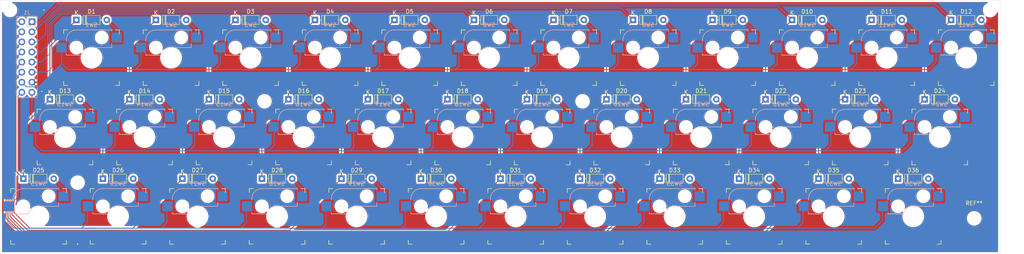
<source format=kicad_pcb>
(kicad_pcb (version 20240108) (generator "pcbnew") (generator_version "8.0")
  (layers (0 "F.Cu" signal) (31 "B.Cu" signal) (34 "B.Paste" user) (35 "F.Paste" user) (36 "B.SilkS" user "B.Silkscreen") (37 "F.SilkS" user "F.Silkscreen") (38 "B.Mask" user) (39 "F.Mask" user) (44 "Edge.Cuts" user))
  (net 0 "")
  (net 1 "OUT_1")
  (net 2 "Net-(D1-A)")
  (net 3 "OUT_2")
  (net 4 "Net-(D2-A)")
  (net 5 "OUT_3")
  (net 6 "Net-(D3-A)")
  (net 7 "Net-(D4-A)")
  (net 8 "OUT_4")
  (net 9 "Net-(D5-A)")
  (net 10 "OUT_5")
  (net 11 "IN_1")
  (net 12 "Net-(D6-A)")
  (net 13 "OUT_6")
  (net 14 "OUT_7")
  (net 15 "Net-(D7-A)")
  (net 16 "Net-(D9-A)")
  (net 17 "OUT_8")
  (net 18 "Net-(D10-A)")
  (net 19 "Net-(D11-A)")
  (net 20 "Net-(D8-A)")
  (net 21 "Net-(D12-A)")
  (net 22 "OUT_9")
  (net 23 "Net-(D13-A)")
  (net 24 "Net-(D14-A)")
  (net 25 "Net-(D15-A)")
  (net 26 "Net-(D16-A)")
  (net 27 "Net-(D17-A)")
  (net 28 "Net-(D18-A)")
  (net 29 "OUT_10")
  (net 30 "OUT_11")
  (net 31 "Net-(D21-A)")
  (net 32 "Net-(D22-A)")
  (net 33 "Net-(D23-A)")
  (net 34 "Net-(D24-A)")
  (net 35 "Net-(D25-A)")
  (net 36 "Net-(D26-A)")
  (net 37 "Net-(D27-A)")
  (net 38 "Net-(D28-A)")
  (net 39 "Net-(D29-A)")
  (net 40 "Net-(D30-A)")
  (net 41 "OUT_12")
  (net 42 "Net-(D19-A)")
  (net 43 "Net-(D33-A)")
  (net 44 "Net-(D34-A)")
  (net 45 "Net-(D35-A)")
  (net 46 "Net-(D36-A)")
  (net 47 "Net-(D20-A)")
  (net 48 "Net-(D31-A)")
  (net 49 "Net-(D32-A)")
  (net 50 "IN_3")
  (net 51 "IN_2")
  (net 52 "GND")
  (footprint "Diode_THT:D_DO-35_SOD27_P7.62mm_Horizontal" (layer "F.Cu") (at 73.356667 75)
    (property "Reference" "D27")
    (property "Value" "D")
  )
  (footprint "Diode_THT:D_DO-35_SOD27_P7.62mm_Horizontal" (layer "F.Cu") (at 173.356667 75)
    (property "Reference" "D32")
    (property "Value" "D")
  )
  (footprint "library:Kailh_socket_MX_platemount" (layer "F.Cu") (at 150.5 44.5)
    (property "Reference" "SW6")
    (property "Value" "SW_Push")
  )
  (footprint "Diode_THT:D_DO-35_SOD27_P7.62mm_Horizontal" (layer "F.Cu") (at 226.69 35)
    (property "Reference" "D10")
    (property "Value" "D")
  )
  (footprint "Diode_THT:D_DO-35_SOD27_P7.62mm_Horizontal" (layer "F.Cu") (at 53.356667 75)
    (property "Reference" "D26")
    (property "Value" "D")
  )
  (footprint "library:Kailh_socket_MX_platemount" (layer "F.Cu") (at 117.166667 84.5)
    (property "Reference" "SW29")
    (property "Value" "SW_Push")
  )
  (footprint "library:Kailh_socket_MX_platemount" (layer "F.Cu") (at 237.166667 84.5)
    (property "Reference" "SW35")
    (property "Value" "SW_Push")
  )
  (footprint "Diode_THT:D_DO-35_SOD27_P7.62mm_Horizontal" (layer "F.Cu") (at 220.023333 55)
    (property "Reference" "D22")
    (property "Value" "D")
  )
  (footprint "library:Kailh_socket_MX_platemount" (layer "F.Cu") (at 110.5 44.5)
    (property "Reference" "SW4")
    (property "Value" "SW_Push")
  )
  (footprint "library:Kailh_socket_MX_platemount" (layer "F.Cu") (at 43.833333 64.5)
    (property "Reference" "SW13")
    (property "Value" "SW_Push")
  )
  (footprint "library:Kailh_socket_MX_platemount" (layer "F.Cu") (at 50.5 44.5)
    (property "Reference" "SW1")
    (property "Value" "SW_Push")
  )
  (footprint "" (layer "F.Cu") (at 47 76)
    (property "Reference" "")
    (property "Value" "")
  )
  (footprint "library:Kailh_socket_MX_platemount" (layer "F.Cu") (at 183.833333 64.5)
    (property "Reference" "SW20")
    (property "Value" "SW_Push")
  )
  (footprint "Diode_THT:D_DO-35_SOD27_P7.62mm_Horizontal" (layer "F.Cu") (at 40.023333 55)
    (property "Reference" "D13")
    (property "Value" "D")
  )
  (footprint "Diode_THT:D_DO-35_SOD27_P7.62mm_Horizontal" (layer "F.Cu") (at 120.023333 55)
    (property "Reference" "D17")
    (property "Value" "D")
  )
  (footprint "Diode_THT:D_DO-35_SOD27_P7.62mm_Horizontal" (layer "F.Cu") (at 80.023333 55)
    (property "Reference" "D15")
    (property "Value" "D")
  )
  (footprint "Diode_THT:D_DO-35_SOD27_P7.62mm_Horizontal" (layer "F.Cu") (at 86.69 35)
    (property "Reference" "D3")
    (property "Value" "D")
  )
  (footprint "library:Kailh_socket_MX_platemount" (layer "F.Cu") (at 130.5 44.5)
    (property "Reference" "SW5")
    (property "Value" "SW_Push")
  )
  (footprint "library:Kailh_socket_MX_platemount" (layer "F.Cu") (at 257.166667 84.5)
    (property "Reference" "SW36")
    (property "Value" "SW_Push")
  )
  (footprint "Diode_THT:D_DO-35_SOD27_P7.62mm_Horizontal" (layer "F.Cu") (at 200.023333 55)
    (property "Reference" "D21")
    (property "Value" "D")
  )
  (footprint "library:Kailh_socket_MX_platemount" (layer "F.Cu") (at 270.5 44.5)
    (property "Reference" "SW12")
    (property "Value" "SW_Push")
  )
  (footprint "library:Kailh_socket_MX_platemount" (layer "F.Cu") (at 90.5 44.5)
    (property "Reference" "SW3")
    (property "Value" "SW_Push")
  )
  (footprint "library:Kailh_socket_MX_platemount" (layer "F.Cu") (at 243.833333 64.5)
    (property "Reference" "SW23")
    (property "Value" "SW_Push")
  )
  (footprint "Diode_THT:D_DO-35_SOD27_P7.62mm_Horizontal" (layer "F.Cu") (at 206.69 35)
    (property "Reference" "D9")
    (property "Value" "D")
  )
  (footprint "library:Kailh_socket_MX_platemount" (layer "F.Cu") (at 123.833333 64.5)
    (property "Reference" "SW17")
    (property "Value" "SW_Push")
  )
  (footprint "" (layer "F.Cu") (at 30 32.5)
    (property "Reference" "")
    (property "Value" "")
  )
  (footprint "Diode_THT:D_DO-35_SOD27_P7.62mm_Horizontal" (layer "F.Cu") (at 266.69 35)
    (property "Reference" "D12")
    (property "Value" "D")
  )
  (footprint "Diode_THT:D_DO-35_SOD27_P7.62mm_Horizontal" (layer "F.Cu") (at 93.356667 75)
    (property "Reference" "D28")
    (property "Value" "D")
  )
  (footprint "library:Kailh_socket_MX_platemount" (layer "F.Cu") (at 197.166667 84.5)
    (property "Reference" "SW33")
    (property "Value" "SW_Push")
  )
  (footprint "Diode_THT:D_DO-35_SOD27_P7.62mm_Horizontal" (layer "F.Cu") (at 46.69 35)
    (property "Reference" "D1")
    (property "Value" "D")
  )
  (footprint "library:Kailh_socket_MX_platemount" (layer "F.Cu") (at 143.833333 64.5)
    (property "Reference" "SW18")
    (property "Value" "SW_Push")
  )
  (footprint "Diode_THT:D_DO-35_SOD27_P7.62mm_Horizontal" (layer "F.Cu") (at 153.356667 75)
    (property "Reference" "D31")
    (property "Value" "D")
  )
  (footprint "Diode_THT:D_DO-35_SOD27_P7.62mm_Horizontal" (layer "F.Cu") (at 193.356667 75)
    (property "Reference" "D33")
    (property "Value" "D")
  )
  (footprint "MountingHole:MountingHole_3.2mm_M3_DIN965" (layer "F.Cu") (at 272.5 85)
    (property "Reference" "REF**")
    (property "Value" "MountingHole_3.2mm_M3_DIN965")
  )
  (footprint "Diode_THT:D_DO-35_SOD27_P7.62mm_Horizontal" (layer "F.Cu") (at 100.023333 55)
    (property "Reference" "D16")
    (property "Value" "D")
  )
  (footprint "Diode_THT:D_DO-35_SOD27_P7.62mm_Horizontal" (layer "F.Cu") (at 126.69 35)
    (property "Reference" "D5")
    (property "Value" "D")
  )
  (footprint "" (layer "F.Cu") (at 276.5 32.5)
    (property "Reference" "")
    (property "Value" "")
  )
  (footprint "library:Kailh_socket_MX_platemount" (layer "F.Cu") (at 217.166667 84.5)
    (property "Reference" "SW34")
    (property "Value" "SW_Push")
  )
  (footprint "library:Kailh_socket_MX_platemount" (layer "F.Cu") (at 57.166667 84.5)
    (property "Reference" "SW26")
    (property "Value" "SW_Push")
  )
  (footprint "Diode_THT:D_DO-35_SOD27_P7.62mm_Horizontal" (layer "F.Cu") (at 180.023333 55)
    (property "Reference" "D20")
    (property "Value" "D")
  )
  (footprint "library:Kailh_socket_MX_platemount" (layer "F.Cu") (at 263.833333 64.5)
    (property "Reference" "SW24")
    (property "Value" "SW_Push")
  )
  (footprint "library:Kailh_socket_MX_platemount" (layer "F.Cu") (at 203.833333 64.5)
    (property "Reference" "SW21")
    (property "Value" "SW_Push")
  )
  (footprint "library:Kailh_socket_MX_platemount" (layer "F.Cu") (at 250.5 44.5)
    (property "Reference" "SW11")
    (property "Value" "SW_Push")
  )
  (footprint "Diode_THT:D_DO-35_SOD27_P7.62mm_Horizontal" (layer "F.Cu") (at 33.356667 75)
    (property "Reference" "D25")
    (property "Value" "D")
  )
  (footprint "library:Kailh_socket_MX_platemount" (layer "F.Cu") (at 77.166667 84.5)
    (property "Reference" "SW27")
    (property "Value" "SW_Push")
  )
  (footprint "Diode_THT:D_DO-35_SOD27_P7.62mm_Horizontal" (layer "F.Cu") (at 186.69 35)
    (property "Reference" "D8")
    (property "Value" "D")
  )
  (footprint "Diode_THT:D_DO-35_SOD27_P7.62mm_Horizontal" (layer "F.Cu") (at 140.023333 55)
    (property "Reference" "D18")
    (property "Value" "D")
  )
  (footprint "library:Kailh_socket_MX_platemount" (layer "F.Cu") (at 70.5 44.5)
    (property "Reference" "SW2")
    (property "Value" "SW_Push")
  )
  (footprint "library:Kailh_socket_MX_platemount" (layer "F.Cu") (at 230.5 44.5)
    (property "Reference" "SW10")
    (property "Value" "SW_Push")
  )
  (footprint "library:Kailh_socket_MX_platemount" (layer "F.Cu") (at 97.166667 84.5)
    (property "Reference" "SW28")
    (property "Value" "SW_Push")
  )
  (footprint "library:Kailh_socket_MX_platemount" (layer "F.Cu") (at 177.166667 84.5)
    (property "Reference" "SW32")
    (property "Value" "SW_Push")
  )
  (footprint "library:Kailh_socket_MX_platemount" (layer "F.Cu") (at 163.833333 64.5)
    (property "Reference" "SW19")
    (property "Value" "SW_Push")
  )
  (footprint "Diode_THT:D_DO-35_SOD27_P7.62mm_Horizontal" (layer "F.Cu") (at 246.69 35)
    (property "Reference" "D11")
    (property "Value" "D")
  )
  (footprint "Diode_THT:D_DO-35_SOD27_P7.62mm_Horizontal" (layer "F.Cu") (at 106.69 35)
    (property "Reference" "D4")
    (property "Value" "D")
  )
  (footprint "Diode_THT:D_DO-35_SOD27_P7.62mm_Horizontal" (layer "F.Cu") (at 260.023333 55)
    (property "Reference" "D24")
    (property "Value" "D")
  )
  (footprint "library:Kailh_socket_MX_platemount" (layer "F.Cu") (at 157.166667 84.5)
    (property "Reference" "SW31")
    (property "Value" "SW_Push")
  )
  (footprint "library:Kailh_socket_MX_platemount" (layer "F.Cu") (at 137.166667 84.5)
    (property "Reference" "SW30")
    (property "Value" "SW_Push")
  )
  (footprint "Diode_THT:D_DO-35_SOD27_P7.62mm_Horizontal" (layer "F.Cu") (at 240.023333 55)
    (property "Reference" "D23")
    (property "Value" "D")
  )
  (footprint "Diode_THT:D_DO-35_SOD27_P7.62mm_Horizontal" (layer "F.Cu") (at 253.356667 75)
    (property "Reference" "D36")
    (property "Value" "D")
  )
  (footprint "library:Kailh_socket_MX_platemount" (layer "F.Cu") (at 223.833333 64.5)
    (property "Reference" "SW22")
    (property "Value" "SW_Push")
  )
  (footprint "library:Kailh_socket_MX_platemount" (layer "F.Cu") (at 190.5 44.5)
    (property "Reference" "SW8")
    (property "Value" "SW_Push")
  )
  (footprint "library:Kailh_socket_MX_platemount" (layer "F.Cu") (at 170.5 44.5)
    (property "Reference" "SW7")
    (property "Value" "SW_Push")
  )
  (footprint "Diode_THT:D_DO-35_SOD27_P7.62mm_Horizontal" (layer "F.Cu") (at 160.023333 55)
    (property "Reference" "D19")
    (property "Value" "D")
  )
  (footprint "library:Kailh_socket_MX_platemount" (layer "F.Cu") (at 103.833333 64.5)
    (property "Reference" "SW16")
    (property "Value" "SW_Push")
  )
  (footprint "library:Kailh_socket_MX_platemount" (layer "F.Cu") (at 37.166667 84.5)
    (property "Reference" "SW25")
    (property "Value" "SW_Push")
  )
  (footprint "Diode_THT:D_DO-35_SOD27_P7.62mm_Horizontal" (layer "F.Cu") (at 113.356667 75)
    (property "Reference" "D29")
    (property "Value" "D")
  )
  (footprint "Diode_THT:D_DO-35_SOD27_P7.62mm_Horizontal" (layer "F.Cu") (at 133.356667 75)
    (property "Reference" "D30")
    (property "Value" "D")
  )
  (footprint "Diode_THT:D_DO-35_SOD27_P7.62mm_Horizontal" (layer "F.Cu") (at 146.69 35)
    (property "Reference" "D6")
    (property "Value" "D")
  )
  (footprint "Diode_THT:D_DO-35_SOD27_P7.62mm_Horizontal" (layer "F.Cu") (at 60.023333 55)
    (property "Reference" "D14")
    (property "Value" "D")
  )
  (footprint "Diode_THT:D_DO-35_SOD27_P7.62mm_Horizontal" (layer "F.Cu") (at 66.69 35)
    (property "Reference" "D2")
    (property "Value" "D")
  )
  (footprint "library:Kailh_socket_MX_platemount" (layer "F.Cu") (at 210.5 44.5)
    (property "Reference" "SW9")
    (property "Value" "SW_Push")
  )
  (footprint "" (layer "F.Cu") (at 94 55.5)
    (property "Reference" "")
    (property "Value" "")
  )
  (footprint "Diode_THT:D_DO-35_SOD27_P7.62mm_Horizontal" (layer "F.Cu") (at 233.356667 75)
    (property "Reference" "D35")
    (property "Value" "D")
  )
  (footprint "" (layer "F.Cu") (at 174 55.5)
    (property "Reference" "")
    (property "Value" "")
  )
  (footprint "Diode_THT:D_DO-35_SOD27_P7.62mm_Horizontal" (layer "F.Cu") (at 166.69 35)
    (property "Reference" "D7")
    (property "Value" "D")
  )
  (footprint "Diode_THT:D_DO-35_SOD27_P7.62mm_Horizontal" (layer "F.Cu") (at 213.356667 75)
    (property "Reference" "D34")
    (property "Value" "D")
  )
  (footprint "library:Kailh_socket_MX_platemount" (layer "F.Cu") (at 63.833333 64.5)
    (property "Reference" "SW14")
    (property "Value" "SW_Push")
  )
  (footprint "library:Kailh_socket_MX_platemount" (layer "F.Cu") (at 83.833333 64.5)
    (property "Reference" "SW15")
    (property "Value" "SW_Push")
  )
  (footprint "Connector_PinHeader_2.54mm:PinHeader_2x08_P2.54mm_Vertical" (layer "B.Cu") (at 35.5 35.46 180)
    (property "Reference" "J1")
    (property "Value" "Conn_01x16_Pin")
  )
  (gr_rect (start 27.5 30) (end 279 94) (stroke (width 0.05)) (fill none) (layer "Edge.Cuts"))
  (segment (start 33.356667 75) (end 33.356667 61.666666) (width 0.2) (layer "F.Cu") (net 1))
  (segment (start 40.023333 41.666667) (end 40.023333 55) (width 0.2) (layer "F.Cu") (net 1))
  (segment (start 31.5 49.62) (end 31.5 73.143333) (width 0.2) (layer "F.Cu") (net 1))
  (segment (start 31.5 73.143333) (end 33.356667 75) (width 0.2) (layer "F.Cu") (net 1))
  (segment (start 46.69 35) (end 40.023333 41.666667) (width 0.2) (layer "F.Cu") (net 1))
  (segment (start 33.356667 61.666666) (end 40.023333 55) (width 0.2) (layer "F.Cu") (net 1))
  (segment (start 32.96 48.16) (end 31.5 49.62) (width 0.2) (layer "F.Cu") (net 1))
  (segment (start 56.79 39.42) (end 56.79 37.48) (width 0.2) (layer "B.Cu") (net 2))
  (segment (start 56.79 37.48) (end 54.31 35) (width 0.2) (layer "B.Cu") (net 2))
  (segment (start 60.023333 55) (end 60.023333 41.666667) (width 0.2) (layer "F.Cu") (net 3))
  (segment (start 53.356667 75) (end 53.356667 61.666666) (width 0.2) (layer "F.Cu") (net 3))
  (segment (start 53.356667 61.666666) (end 60.023333 55) (width 0.2) (layer "F.Cu") (net 3))
  (segment (start 60.023333 41.666667) (end 66.69 35) (width 0.2) (layer "F.Cu") (net 3))
  (segment (start 43 33.5) (end 65.19 33.5) (width 0.2) (layer "B.Cu") (net 3))
  (segment (start 40.5 47) (end 40.5 36) (width 0.2) (layer "B.Cu") (net 3))
  (segment (start 40.5 36) (end 43 33.5) (width 0.2) (layer "B.Cu") (net 3))
  (segment (start 35.5 48.16) (end 39.34 48.16) (width 0.2) (layer "B.Cu") (net 3))
  (segment (start 65.19 33.5) (end 66.69 35) (width 0.2) (layer "B.Cu") (net 3))
  (segment (start 39.34 48.16) (end 40.5 47) (width 0.2) (layer "B.Cu") (net 3))
  (segment (start 76.79 39.42) (end 76.79 37.48) (width 0.2) (layer "B.Cu") (net 4))
  (segment (start 76.79 37.48) (end 74.31 35) (width 0.2) (layer "B.Cu") (net 4))
  (segment (start 86.69 35) (end 80.023333 41.666667) (width 0.2) (layer "F.Cu") (net 5))
  (segment (start 80.023333 55) (end 73.356667 61.666666) (width 0.2) (layer "F.Cu") (net 5))
  (segment (start 31 47.58) (end 31 83.5) (width 0.2) (layer "F.Cu") (net 5))
  (segment (start 31 83.5) (end 35 87.5) (width 0.2) (layer "F.Cu") (net 5))
  (segment (start 35 87.5) (end 60.856667 87.5) (width 0.2) (layer "F.Cu") (net 5))
  (segment (start 60.856667 87.5) (end 73.356667 75) (width 0.2) (layer "F.Cu") (net 5))
  (segment (start 32.96 45.62) (end 31 47.58) (width 0.2) (layer "F.Cu") (net 5))
  (segment (start 73.356667 61.666666) (end 73.356667 75) (width 0.2) (layer "F.Cu") (net 5))
  (segment (start 80.023333 41.666667) (end 80.023333 55) (width 0.2) (layer "F.Cu") (net 5))
  (segment (start 96.79 39.42) (end 96.79 37.48) (width 0.2) (layer "B.Cu") (net 6))
  (segment (start 96.79 37.48) (end 94.31 35) (width 0.2) (layer "B.Cu") (net 6))
  (segment (start 116.79 39.42) (end 116.79 37.48) (width 0.2) (layer "B.Cu") (net 7))
  (segment (start 116.79 37.48) (end 114.31 35) (width 0.2) (layer "B.Cu") (net 7))
  (segment (start 93.356667 61.666666) (end 100.023333 55) (width 0.2) (layer "F.Cu") (net 8))
  (segment (start 93.356667 75) (end 93.356667 61.666666) (width 0.2) (layer "F.Cu") (net 8))
  (segment (start 106.69 35) (end 100.023333 41.666667) (width 0.2) (layer "F.Cu") (net 8))
  (segment (start 100.023333 41.666667) (end 100.023333 55) (width 0.2) (layer "F.Cu") (net 8))
  (segment (start 104.69 33) (end 106.69 35) (width 0.2) (layer "B.Cu") (net 8))
  (segment (start 42.934314 33) (end 104.69 33) (width 0.2) (layer "B.Cu") (net 8))
  (segment (start 35.5 45.62) (end 37.88 45.62) (width 0.2) (layer "B.Cu") (net 8))
  (segment (start 40 43.5) (end 40 35.934314) (width 0.2) (layer "B.Cu") (net 8))
  (segment (start 37.88 45.62) (end 40 43.5) (width 0.2) (layer "B.Cu") (net 8))
  (segment (start 40 35.934314) (end 42.934314 33) (width 0.2) (layer "B.Cu") (net 8))
  (segment (start 136.79 39.42) (end 136.79 37.48) (width 0.2) (layer "B.Cu") (net 9))
  (segment (start 136.79 37.48) (end 134.31 35) (width 0.2) (layer "B.Cu") (net 9))
  (segment (start 120.023333 41.666667) (end 120.023333 55) (width 0.2) (layer "F.Cu") (net 10))
  (segment (start 30.5 45.54) (end 30.5 84.065686) (width 0.2) (layer "F.Cu") (net 10))
  (segment (start 113.356667 61.666666) (end 113.356667 75) (width 0.2) (layer "F.Cu") (net 10))
  (segment (start 126.69 35) (end 120.023333 41.666667) (width 0.2) (layer "F.Cu") (net 10))
  (segment (start 100.356667 88) (end 113.356667 75) (width 0.2) (layer "F.Cu") (net 10))
  (segment (start 120.023333 55) (end 113.356667 61.666666) (width 0.2) (layer "F.Cu") (net 10))
  (segment (start 34.434314 88) (end 100.356667 88) (width 0.2) (layer "F.Cu") (net 10))
  (segment (start 30.5 84.065686) (end 34.434314 88) (width 0.2) (layer "F.Cu") (net 10))
  (segment (start 32.96 43.08) (end 30.5 45.54) (width 0.2) (layer "F.Cu") (net 10))
  (segment (start 102.94 46.06) (end 101.5 47.5) (width 0.2) (layer "B.Cu") (net 11))
  (segment (start 122.94 41.46) (end 122.94 46.56) (width 0.2) (layer "B.Cu") (net 11))
  (segment (start 82.94 41.46) (end 82.94 46.06) (width 0.2) (layer "B.Cu") (net 11))
  (segment (start 182.94 46.06) (end 181.5 47.5) (width 0.2) (layer "B.Cu") (net 11))
  (segment (start 34.11 51.85) (end 32.96 50.7) (width 0.2) (layer "B.Cu") (net 11))
  (segment (start 62.94 41.46) (end 62.94 46.06) (width 0.2) (layer "B.Cu") (net 11))
  (segment (start 162.94 46.06) (end 161.5 47.5) (width 0.2) (layer "B.Cu") (net 11))
  (segment (start 43 46) (end 44.5 47.5) (width 0.2) (layer "B.Cu") (net 11))
  (segment (start 42.94 41.46) (end 42.94 45.94) (width 0.2) (layer "B.Cu") (net 11))
  (segment (start 202.94 46.06) (end 201.5 47.5) (width 0.2) (layer "B.Cu") (net 11))
  (segment (start 102.94 41.46) (end 102.94 46.06) (width 0.2) (layer "B.Cu") (net 11))
  (segment (start 42.94 45.94) (end 43 46) (width 0.2) (layer "B.Cu") (net 11))
  (segment (start 65 47.5) (end 261 47.5) (width 0.2) (layer "B.Cu") (net 11))
  (segment (start 42 40.686667) (end 42.773333 41.46) (width 0.2) (layer "B.Cu") (net 11))
  (segment (start 242.94 41.46) (end 242.94 46.06) (width 0.2) (layer "B.Cu") (net 11))
  (segment (start 202.94 41.46) (end 202.94 46.06) (width 0.2) (layer "B.Cu") (net 11))
  (segment (start 261 47.5) (end 262.94 45.56) (width 0.2) (layer "B.Cu") (net 11))
  (segment (start 162.94 41.46) (end 162.94 46.06) (width 0.2) (layer "B.Cu") (net 11))
  (segment (start 44.5 47.5) (end 65 47.5) (width 0.2) (layer "B.Cu") (net 11))
  (segment (start 42.94 41.96) (end 42.94 46.06) (width 0.2) (layer "B.Cu") (net 11))
  (segment (start 122.94 46.56) (end 122 47.5) (width 0.2) (layer "B.Cu") (net 11))
  (segment (start 42.94 46.06) (end 37.15 51.85) (width 0.2) (layer "B.Cu") (net 11))
  (segment (start 242.94 46.06) (end 241.5 47.5) (width 0.2) (layer "B.Cu") (net 11))
  (segment (start 82.94 46.06) (end 81.5 47.5) (width 0.2) (layer "B.Cu") (net 11))
  (segment (start 222.94 46.06) (end 221.5 47.5) (width 0.2) (layer "B.Cu") (net 11))
  (segment (start 61.5 47.5) (end 65 47.5) (width 0.2) (layer "B.Cu") (net 11))
  (segment (start 182.94 41.46) (end 182.94 46.06) (width 0.2) (layer "B.Cu") (net 11))
  (segment (start 142.94 46.56) (end 142 47.5) (width 0.2) (layer "B.Cu") (net 11))
  (segment (start 37.15 51.85) (end 34.11 51.85) (width 0.2) (layer "B.Cu") (net 11))
  (segment (start 262.94 45.56) (end 262.94 41.46) (width 0.2) (layer "B.Cu") (net 11))
  (segment (start 142.94 41.46) (end 142.94 46.56) (width 0.2) (layer "B.Cu") (net 11))
  (segment (start 62.94 46.06) (end 61.5 47.5) (width 0.2) (layer "B.Cu") (net 11))
  (segment (start 222.94 41.46) (end 222.94 46.06) (width 0.2) (layer "B.Cu") (net 11))
  (segment (start 156.79 37.48) (end 154.31 35) (width 0.2) (layer "B.Cu") (net 12))
  (segment (start 156.79 39.42) (end 156.79 37.48) (width 0.2) (layer "B.Cu") (net 12))
  (segment (start 146.69 35) (end 140.023333 41.666667) (width 0.2) (layer "F.Cu") (net 13))
  (segment (start 133.356667 61.666666) (end 133.356667 75) (width 0.2) (layer "F.Cu") (net 13))
  (segment (start 140.023333 41.666667) (end 140.023333 55) (width 0.2) (layer "F.Cu") (net 13))
  (segment (start 140.023333 55) (end 133.356667 61.666666) (width 0.2) (layer "F.Cu") (net 13))
  (segment (start 39.5 41.5) (end 39.5 35.75) (width 0.2) (layer "B.Cu") (net 13))
  (segment (start 37.92 43.08) (end 39.5 41.5) (width 0.2) (layer "B.Cu") (net 13))
  (segment (start 39.5 35.75) (end 42.75 32.5) (width 0.2) (layer "B.Cu") (net 13))
  (segment (start 35.5 43.08) (end 37.92 43.08) (width 0.2) (layer "B.Cu") (net 13))
  (segment (start 42.75 32.5) (end 144.19 32.5) (width 0.2) (layer "B.Cu") (net 13))
  (segment (start 144.19 32.5) (end 146.69 35) (width 0.2) (layer "B.Cu") (net 13))
  (segment (start 30 84.5) (end 34 88.5) (width 0.2) (layer "F.Cu") (net 14))
  (segment (start 30 43.5) (end 30 84.5) (width 0.2) (layer "F.Cu") (net 14))
  (segment (start 32.96 40.54) (end 30 43.5) (width 0.2) (layer "F.Cu") (net 14))
  (segment (start 166.69 35) (end 160.023333 41.666667) (width 0.2) (layer "F.Cu") (net 14))
  (segment (start 34 88.5) (end 139.856667 88.5) (width 0.2) (layer "F.Cu") (net 14))
  (segment (start 139.856667 88.5) (end 153.356667 75) (width 0.2) (layer "F.Cu") (net 14))
  (segment (start 160.023333 41.666667) (end 160.023333 55) (width 0.2) (layer "F.Cu") (net 14))
  (segment (start 153.356667 61.666666) (end 160.023333 55) (width 0.2) (layer "F.Cu") (net 14))
  (segment (start 153.356667 75) (end 153.356667 61.666666) (width 0.2) (layer "F.Cu") (net 14))
  (segment (start 176.79 39.42) (end 176.79 37.48) (width 0.2) (layer "B.Cu") (net 15))
  (segment (start 176.79 37.48) (end 174.31 35) (width 0.2) (layer "B.Cu") (net 15))
  (segment (start 216.79 37.48) (end 214.31 35) (width 0.2) (layer "B.Cu") (net 16))
  (segment (start 216.79 39.42) (end 216.79 37.48) (width 0.2) (layer "B.Cu") (net 16))
  (segment (start 173.356667 61.666666) (end 180.023333 55) (width 0.2) (layer "F.Cu") (net 17))
  (segment (start 180.023333 41.666667) (end 186.69 35) (width 0.2) (layer "F.Cu") (net 17))
  (segment (start 180.023333 55) (end 180.023333 41.666667) (width 0.2) (layer "F.Cu") (net 17))
  (segment (start 173.356667 75) (end 173.356667 61.666666) (width 0.2) (layer "F.Cu") (net 17))
  (segment (start 39 35.5) (end 42.5 32) (width 0.2) (layer "B.Cu") (net 17))
  (segment (start 36.96 40.54) (end 39 38.5) (width 0.2) (layer "B.Cu") (net 17))
  (segment (start 42.5 32) (end 183.69 32) (width 0.2) (layer "B.Cu") (net 17))
  (segment (start 39 38.5) (end 39 35.5) (width 0.2) (layer "B.Cu") (net 17))
  (segment (start 35.5 40.54) (end 36.96 40.54) (width 0.2) (layer "B.Cu") (net 17))
  (segment (start 183.69 32) (end 186.69 35) (width 0.2) (layer "B.Cu") (net 17))
  (segment (start 236.79 37.48) (end 234.31 35) (width 0.2) (layer "B.Cu") (net 18))
  (segment (start 236.79 39.42) (end 236.79 37.48) (width 0.2) (layer "B.Cu") (net 18))
  (segment (start 256.79 37.48) (end 254.31 35) (width 0.2) (layer "B.Cu") (net 19))
  (segment (start 256.79 39.42) (end 256.79 37.48) (width 0.2) (layer "B.Cu") (net 19))
  (segment (start 196.79 37.48) (end 194.31 35) (width 0.2) (layer "B.Cu") (net 20))
  (segment (start 196.79 39.42) (end 196.79 37.48) (width 0.2) (layer "B.Cu") (net 20))
  (segment (start 276.79 37.48) (end 274.31 35) (width 0.2) (layer "B.Cu") (net 21))
  (segment (start 276.79 39.42) (end 276.79 37.48) (width 0.2) (layer "B.Cu") (net 21))
  (segment (start 193.356667 75) (end 193.356667 61.666666) (width 0.2) (layer "F.Cu") (net 22))
  (segment (start 193.356667 61.666666) (end 200.023333 55) (width 0.2) (layer "F.Cu") (net 22))
  (segment (start 33.717157 89) (end 179.356667 89) (width 0.2) (layer "F.Cu") (net 22))
  (segment (start 200.023333 41.666667) (end 206.69 35) (width 0.2) (layer "F.Cu") (net 22))
  (segment (start 29.5 41.46) (end 29.5 84.782843) (width 0.2) (layer "F.Cu") (net 22))
  (segment (start 179.356667 89) (end 193.356667 75) (width 0.2) (layer "F.Cu") (net 22))
  (segment (start 200.023333 55) (end 200.023333 41.666667) (width 0.2) (layer "F.Cu") (net 22))
  (segment (start 29.5 84.782843) (end 33.717157 89) (width 0.2) (layer "F.Cu") (net 22))
  (segment (start 32.96 38) (end 29.5 41.46) (width 0.2) (layer "F.Cu") (net 22))
  (segment (start 50.123333 59.42) (end 50.123333 57.48) (width 0.2) (layer "B.Cu") (net 23))
  (segment (start 50.123333 57.48) (end 47.643333 55) (width 0.2) (layer "B.Cu") (net 23))
  (segment (start 70.123333 57.48) (end 67.643333 55) (width 0.2) (layer "B.Cu") (net 24))
  (segment (start 70.123333 59.42) (end 70.123333 57.48) (width 0.2) (layer "B.Cu") (net 24))
  (segment (start 90.123333 57.48) (end 87.643333 55) (width 0.2) (layer "B.Cu") (net 25))
  (segment (start 90.123333 59.42) (end 90.123333 57.48) (width 0.2) (layer "B.Cu") (net 25))
  (segment (start 110.123333 59.42) (end 110.123333 57.48) (width 0.2) (layer "B.Cu") (net 26))
  (segment (start 110.123333 57.48) (end 107.643333 55) (width 0.2) (layer "B.Cu") (net 26))
  (segment (start 130.123333 59.42) (end 130.123333 57.48) (width 0.2) (layer "B.Cu") (net 27))
  (segment (start 130.123333 57.48) (end 127.643333 55) (width 0.2) (layer "B.Cu") (net 27))
  (segment (start 150.123333 59.42) (end 150.123333 57.48) (width 0.2) (layer "B.Cu") (net 28))
  (segment (start 150.123333 57.48) (end 147.643333 55) (width 0.2) (layer "B.Cu") (net 28))
  (segment (start 226.69 35) (end 220.023333 41.666667) (width 0.2) (layer "F.Cu") (net 29))
  (segment (start 213.356667 61.666666) (end 213.356667 75) (width 0.2) (layer "F.Cu") (net 29))
  (segment (start 220.023333 41.666667) (end 220.023333 55) (width 0.2) (layer "F.Cu") (net 29))
  (segment (start 220.023333 55) (end 213.356667 61.666666) (width 0.2) (layer "F.Cu") (net 29))
  (segment (start 223.19 31.5) (end 226.69 35) (width 0.2) (layer "B.Cu") (net 29))
  (segment (start 42.434314 31.5) (end 223.19 31.5) (width 0.2) (layer "B.Cu") (net 29))
  (segment (start 35.934314 38) (end 42.434314 31.5) (width 0.2) (layer "B.Cu") (net 29))
  (segment (start 35.5 38) (end 35.934314 38) (width 0.2) (layer "B.Cu") (net 29))
  (segment (start 30.54 35.46) (end 29 37) (width 0.2) (layer "F.Cu") (net 30))
  (segment (start 29 85) (end 33.5 89.5) (width 0.2) (layer "F.Cu") (net 30))
  (segment (start 246.69 35) (end 240.023333 41.666667) (width 0.2) (layer "F.Cu") (net 30))
  (segment (start 239.023333 55) (end 233.356667 60.666666) (width 0.2) (layer "F.Cu") (net 30))
  (segment (start 233.356667 60.666666) (end 233.356667 75) (width 0.2) (layer "F.Cu") (net 30))
  (segment (start 29 37) (end 29 85) (width 0.2) (layer "F.Cu") (net 30))
  (segment (start 240.023333 55) (end 239.023333 55) (width 0.2) (layer "F.Cu") (net 30))
  (segment (start 218.856667 89.5) (end 233.356667 75) (width 0.2) (layer "F.Cu") (net 30))
  (segment (start 240.023333 41.666667) (end 240.023333 55) (width 0.2) (layer "F.Cu") (net 30))
  (segment (start 33.5 89.5) (end 218.856667 89.5) (width 0.2) (layer "F.Cu") (net 30))
  (segment (start 32.96 35.46) (end 30.54 35.46) (width 0.2) (layer "F.Cu") (net 30))
  (segment (start 210.123333 59.42) (end 210.123333 57.48) (width 0.2) (layer "B.Cu") (net 31))
  (segment (start 210.123333 57.48) (end 207.643333 55) (width 0.2) (layer "B.Cu") (net 31))
  (segment (start 230.123333 57.48) (end 227.643333 55) (width 0.2) (layer "B.Cu") (net 32))
  (segment (start 230.123333 59.42) (end 230.123333 57.48) (width 0.2) (layer "B.Cu") (net 32))
  (segment (start 250.123333 59.42) (end 250.123333 57.48) (width 0.2) (layer "B.Cu") (net 33))
  (segment (start 250.123333 57.48) (end 247.643333 55) (width 0.2) (layer "B.Cu") (net 33))
  (segment (start 270.123333 57.48) (end 267.643333 55) (width 0.2) (layer "B.Cu") (net 34))
  (segment (start 270.123333 59.42) (end 270.123333 57.48) (width 0.2) (layer "B.Cu") (net 34))
  (segment (start 43.456667 79.42) (end 43.456667 77.48) (width 0.2) (layer "B.Cu") (net 35))
  (segment (start 43.456667 77.48) (end 40.976667 75) (width 0.2) (layer "B.Cu") (net 35))
  (segment (start 63.456667 77.48) (end 60.976667 75) (width 0.2) (layer "B.Cu") (net 36))
  (segment (start 63.456667 79.42) (end 63.456667 77.48) (width 0.2) (layer "B.Cu") (net 36))
  (segment (start 83.456667 77.48) (end 80.976667 75) (width 0.2) (layer "B.Cu") (net 37))
  (segment (start 83.456667 79.42) (end 83.456667 77.48) (width 0.2) (layer "B.Cu") (net 37))
  (segment (start 103.456667 79.42) (end 103.456667 77.48) (width 0.2) (layer "B.Cu") (net 38))
  (segment (start 103.456667 77.48) (end 100.976667 75) (width 0.2) (layer "B.Cu") (net 38))
  (segment (start 123.456667 79.42) (end 123.456667 77.48) (width 0.2) (layer "B.Cu") (net 39))
  (segment (start 123.456667 77.48) (end 120.976667 75) (width 0.2) (layer "B.Cu") (net 39))
  (segment (start 143.456667 79.42) (end 143.456667 77.48) (width 0.2) (layer "B.Cu") (net 40))
  (segment (start 143.456667 77.48) (end 140.976667 75) (width 0.2) (layer "B.Cu") (net 40))
  (segment (start 260.023333 55) (end 253.356667 61.666666) (width 0.2) (layer "F.Cu") (net 41))
  (segment (start 35.96 35) (end 35.5 35.46) (width 0.2) (layer "F.Cu") (net 41))
  (segment (start 266.69 35) (end 260.023333 41.666667) (width 0.2) (layer "F.Cu") (net 41))
  (segment (start 253.356667 61.666666) (end 253.356667 75) (width 0.2) (layer "F.Cu") (net 41))
  (segment (start 260.023333 41.666667) (end 260.023333 55) (width 0.2) (layer "F.Cu") (net 41))
  (segment (start 262.69 31) (end 266.69 35) (width 0.2) (layer "B.Cu") (net 41))
  (segment (start 42 31) (end 262.69 31) (width 0.2) (layer "B.Cu") (net 41))
  (segment (start 37.54 35.46) (end 42 31) (width 0.2) (layer "B.Cu") (net 41))
  (segment (start 35.5 35.46) (end 37.54 35.46) (width 0.2) (layer "B.Cu") (net 41))
  (segment (start 170.123333 57.48) (end 167.643333 55) (width 0.2) (layer "B.Cu") (net 42))
  (segment (start 170.123333 59.42) (end 170.123333 57.48) (width 0.2) (layer "B.Cu") (net 42))
  (segment (start 203.456667 77.48) (end 200.976667 75) (width 0.2) (layer "B.Cu") (net 43))
  (segment (start 203.456667 79.42) (end 203.456667 77.48) (width 0.2) (layer "B.Cu") (net 43))
  (segment (start 223.456667 77.48) (end 220.976667 75) (width 0.2) (layer "B.Cu") (net 44))
  (segment (start 223.456667 79.42) (end 223.456667 77.48) (width 0.2) (layer "B.Cu") (net 44))
  (segment (start 243.456667 79.42) (end 243.456667 77.48) (width 0.2) (layer "B.Cu") (net 45))
  (segment (start 243.456667 77.48) (end 240.976667 75) (width 0.2) (layer "B.Cu") (net 45))
  (segment (start 263.456667 77.48) (end 260.976667 75) (width 0.2) (layer "B.Cu") (net 46))
  (segment (start 263.456667 79.42) (end 263.456667 77.48) (width 0.2) (layer "B.Cu") (net 46))
  (segment (start 190.123333 59.42) (end 190.123333 57.48) (width 0.2) (layer "B.Cu") (net 47))
  (segment (start 190.123333 57.48) (end 187.643333 55) (width 0.2) (layer "B.Cu") (net 47))
  (segment (start 163.456667 77.48) (end 160.976667 75) (width 0.2) (layer "B.Cu") (net 48))
  (segment (start 163.456667 79.42) (end 163.456667 77.48) (width 0.2) (layer "B.Cu") (net 48))
  (segment (start 183.456667 79.42) (end 183.456667 77.48) (width 0.2) (layer "B.Cu") (net 49))
  (segment (start 183.456667 77.48) (end 180.976667 75) (width 0.2) (layer "B.Cu") (net 49))
  (segment (start 29.44 81.46) (end 29.44 85.94) (width 0.2) (layer "B.Cu") (net 50))
  (segment (start 29.44 85.94) (end 29.5 86) (width 0.2) (layer "B.Cu") (net 50))
  (segment (start 247.5 87.5) (end 249.44 85.56) (width 0.2) (layer "B.Cu") (net 50))
  (segment (start 229.44 81.46) (end 229.44 86.06) (width 0.2) (layer "B.Cu") (net 50))
  (segment (start 29.5 86) (end 31 87.5) (width 0.2) (layer "B.Cu") (net 50))
  (segment (start 169.44 86.06) (end 168 87.5) (width 0.2) (layer "B.Cu") (net 50))
  (segment (start 109.44 81.46) (end 109.44 86.56) (width 0.2) (layer "B.Cu") (net 50))
  (segment (start 69.44 86.06) (end 68 87.5) (width 0.2) (layer "B.Cu") (net 50))
  (segment (start 249.44 85.56) (end 249.44 81.46) (width 0.2) (layer "B.Cu") (net 50))
  (segment (start 32 79.566667) (end 32 54.2) (width 0.2) (layer "B.Cu") (net 50))
  (segment (start 29.606667 81.96) (end 32 79.566667) (width 0.2) (layer "B.Cu") (net 50))
  (segment (start 189.44 81.46) (end 189.44 86.06) (width 0.2) (layer "B.Cu") (net 50))
  (segment (start 229.44 86.06) (end 228 87.5) (width 0.2) (layer "B.Cu") (net 50))
  (segment (start 149.44 81.46) (end 149.44 86.06) (width 0.2) (layer "B.Cu") (net 50))
  (segment (start 51.5 87.5) (end 247.5 87.5) (width 0.2) (layer "B.Cu") (net 50))
  (segment (start 49.44 81.46) (end 49.44 86.06) (width 0.2) (layer "B.Cu") (net 50))
  (segment (start 169.44 81.46) (end 169.44 86.06) (width 0.2) (layer "B.Cu") (net 50))
  (segment (start 31 87.5) (end 51.5 87.5) (width 0.2) (layer "B.Cu") (net 50))
  (segment (start 48 87.5) (end 51.5 87.5) (width 0.2) (layer "B.Cu") (net 50))
  (segment (start 109.44 86.56) (end 108.5 87.5) (width 0.2) (layer "B.Cu") (net 50))
  (segment (start 209.44 86.06) (end 208 87.5) (width 0.2) (layer "B.Cu") (net 50))
  (segment (start 129.44 81.46) (end 129.44 86.56) (width 0.2) (layer "B.Cu") (net 50))
  (segment (start 189.44 86.06) (end 188 87.5) (width 0.2) (layer "B.Cu") (net 50))
  (segment (start 149.44 86.06) (end 148 87.5) (width 0.2) (layer "B.Cu") (net 50))
  (segment (start 129.44 86.56) (end 128.5 87.5) (width 0.2) (layer "B.Cu") (net 50))
  (segment (start 89.44 81.46) (end 89.44 86.06) (width 0.2) (layer "B.Cu") (net 50))
  (segment (start 209.44 81.46) (end 209.44 86.06) (width 0.2) (layer "B.Cu") (net 50))
  (segment (start 32 54.2) (end 32.96 53.24) (width 0.2) (layer "B.Cu") (net 50))
  (segment (start 89.44 86.06) (end 88 87.5) (width 0.2) (layer "B.Cu") (net 50))
  (segment (start 69.44 81.46) (end 69.44 86.06) (width 0.2) (layer "B.Cu") (net 50))
  (segment (start 49.44 86.06) (end 48 87.5) (width 0.2) (layer "B.Cu") (net 50))
  (segment (start 35.5 61.186667) (end 36.273333 61.96) (width 0.2) (layer "B.Cu") (net 51))
  (segment (start 36.5 66.5) (end 38 68) (width 0.2) (layer "B.Cu") (net 51))
  (segment (start 156.44 66.56) (end 155 68) (width 0.2) (layer "B.Cu") (net 51))
  (segment (start 176.44 66.56) (end 175 68) (width 0.2) (layer "B.Cu") (net 51))
  (segment (start 156.44 61.96) (end 156.44 66.56) (width 0.2) (layer "B.Cu") (net 51))
  (segment (start 216.44 61.96) (end 216.44 66.56) (width 0.2) (layer "B.Cu") (net 51))
  (segment (start 76.44 66.56) (end 75 68) (width 0.2) (layer "B.Cu") (net 51))
  (segment (start 116.44 67.06) (end 115.5 68) (width 0.2) (layer "B.Cu") (net 51))
  (segment (start 36.44 66.44) (end 36.5 66.5) (width 0.2) (layer "B.Cu") (net 51))
  (segment (start 36.44 61.96) (end 36.44 66.44) (width 0.2) (layer "B.Cu") (net 51))
  (segment (start 76.44 61.96) (end 76.44 66.56) (width 0.2) (layer "B.Cu") (net 51))
  (segment (start 236.44 61.96) (end 236.44 66.56) (width 0.2) (layer "B.Cu") (net 51))
  (segment (start 216.44 66.56) (end 215 68) (width 0.2) (layer "B.Cu") (net 51))
  (segment (start 136.44 61.96) (end 136.44 67.06) (width 0.2) (layer "B.Cu") (net 51))
  (segment (start 55 68) (end 58.5 68) (width 0.2) (layer "B.Cu") (net 51))
  (segment (start 136.44 67.06) (end 135.5 68) (width 0.2) (layer "B.Cu") (net 51))
  (segment (start 236.44 66.56) (end 235 68) (width 0.2) (layer "B.Cu") (net 51))
  (segment (start 96.44 66.56) (end 95 68) (width 0.2) (layer "B.Cu") (net 51))
  (segment (start 56.44 66.56) (end 55 68) (width 0.2) (layer "B.Cu") (net 51))
  (segment (start 116.44 61.96) (end 116.44 67.06) (width 0.2) (layer "B.Cu") (net 51))
  (segment (start 196.44 66.56) (end 195 68) (width 0.2) (layer "B.Cu") (net 51))
  (segment (start 196.44 61.96) (end 196.44 66.56) (width 0.2) (layer "B.Cu") (net 51))
  (segment (start 35.5 53.24) (end 35.5 61.186667) (width 0.2) (layer "B.Cu") (net 51))
  (segment (start 176.44 61.96) (end 176.44 66.56) (width 0.2) (layer "B.Cu") (net 51))
  (segment (start 58.5 68) (end 254.5 68) (width 0.2) (layer "B.Cu") (net 51))
  (segment (start 254.5 68) (end 256.44 66.06) (width 0.2) (layer "B.Cu") (net 51))
  (segment (start 256.44 66.06) (end 256.44 61.96) (width 0.2) (layer "B.Cu") (net 51))
  (segment (start 56.44 61.96) (end 56.44 66.56) (width 0.2) (layer "B.Cu") (net 51))
  (segment (start 96.44 61.96) (end 96.44 66.56) (width 0.2) (layer "B.Cu") (net 51))
  (segment (start 38 68) (end 58.5 68) (width 0.2) (layer "B.Cu") (net 51))
  (segment (start 38.5 47.7) (end 35.5 50.7) (width 0.2) (layer "F.Cu") (net 52))
  (segment (start 38.5 32.5) (end 38.5 47.7) (width 0.2) (layer "F.Cu") (net 52))
  (segment (start 35.5 50.7) (end 37.8 53) (width 0.2) (layer "F.Cu") (net 52))
  (segment (start 37.8 53) (end 38 53) (width 0.2) (layer "F.Cu") (net 52))
  (via (at 38 53) (size 0.6) (drill 0.3) (layers "F.Cu" "B.Cu") (net 52))
  (via (at 38.5 32.5) (size 0.6) (drill 0.3) (layers "F.Cu" "B.Cu") (net 52))
  (via (at 47 91.5) (size 0.6) (drill 0.3) (layers "F.Cu" "B.Cu") (net 52))
  (zone (net 52) (net_name "GND") (layers "F&B.Cu") (connect_pads (clearance 0.5)) (min_thickness 0.25) (fill yes (thermal_gap 0.5) (thermal_bridge_width 0.5))
    (polygon (pts (xy 27.5 30) (xy 27.5 94) (xy 279 94) (xy 279 30)))
  )
)
</source>
